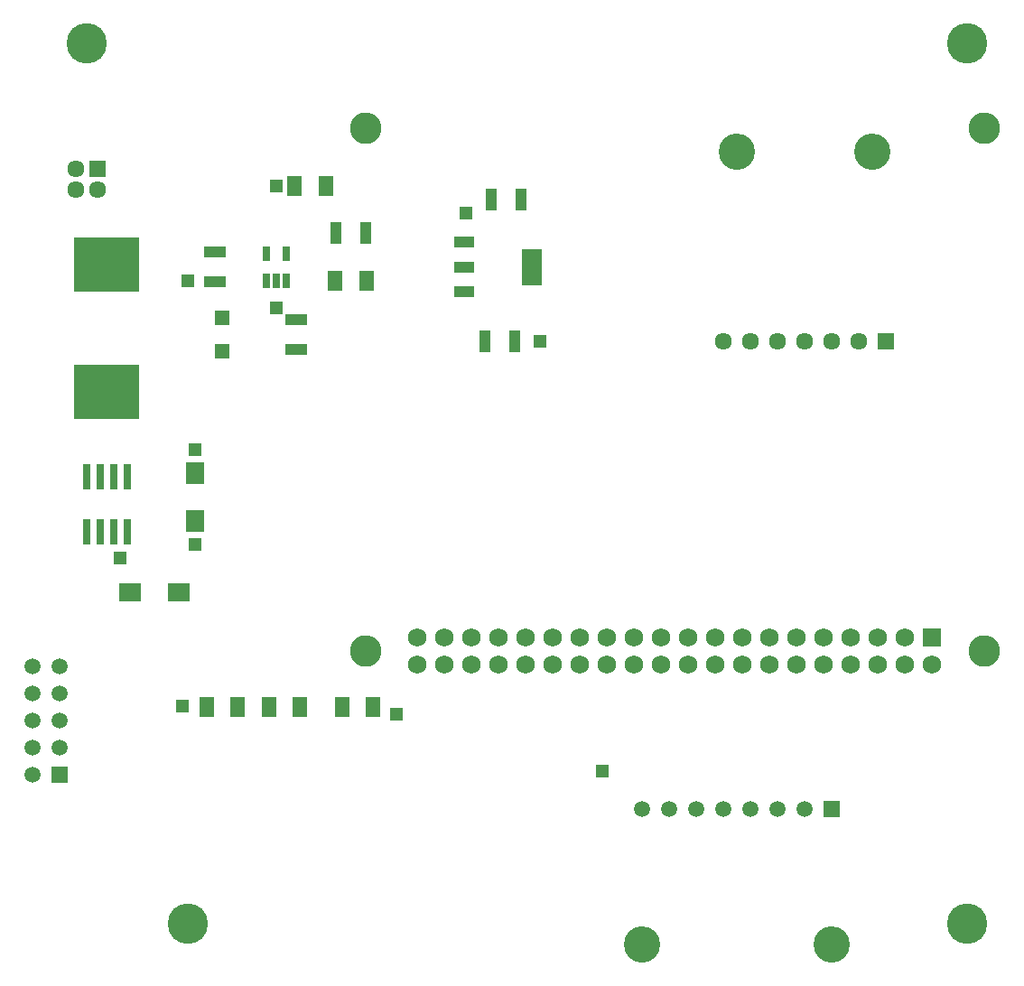
<source format=gts>
G75*
%MOIN*%
%OFA0B0*%
%FSLAX25Y25*%
%IPPOS*%
%LPD*%
%AMOC8*
5,1,8,0,0,1.08239X$1,22.5*
%
%ADD10C,0.14900*%
%ADD11R,0.07900X0.04400*%
%ADD12R,0.04400X0.07900*%
%ADD13R,0.07887X0.06706*%
%ADD14R,0.06706X0.07887*%
%ADD15R,0.05800X0.05800*%
%ADD16R,0.24422X0.20485*%
%ADD17R,0.05200X0.07700*%
%ADD18C,0.11627*%
%ADD19R,0.06800X0.06800*%
%ADD20C,0.06800*%
%ADD21R,0.06343X0.06343*%
%ADD22C,0.06343*%
%ADD23C,0.13398*%
%ADD24C,0.05950*%
%ADD25R,0.05950X0.05950*%
%ADD26R,0.03000X0.05800*%
%ADD27R,0.07200X0.04300*%
%ADD28R,0.07200X0.13300*%
%ADD29R,0.03162X0.09461*%
%ADD30R,0.05156X0.05156*%
D10*
X0076000Y0038500D03*
X0363500Y0038500D03*
X0363500Y0363500D03*
X0038500Y0363500D03*
D11*
X0086000Y0286500D03*
X0086000Y0275500D03*
X0116000Y0261500D03*
X0116000Y0250500D03*
D12*
X0130500Y0293500D03*
X0141500Y0293500D03*
X0188000Y0306000D03*
X0199000Y0306000D03*
X0196500Y0253500D03*
X0185500Y0253500D03*
D13*
X0072358Y0161000D03*
X0054642Y0161000D03*
D14*
X0078500Y0187142D03*
X0078500Y0204858D03*
D15*
X0088500Y0249799D03*
X0088500Y0262201D03*
D16*
X0046000Y0282122D03*
X0046000Y0234878D03*
D17*
X0115200Y0311000D03*
X0126800Y0311000D03*
X0130200Y0276000D03*
X0141800Y0276000D03*
X0144300Y0118500D03*
X0132700Y0118500D03*
X0117300Y0118500D03*
X0105700Y0118500D03*
X0094300Y0118500D03*
X0082700Y0118500D03*
D18*
X0141374Y0139307D03*
X0141374Y0332220D03*
X0369720Y0332220D03*
X0369720Y0139307D03*
D19*
X0350547Y0144307D03*
D20*
X0350600Y0134300D03*
X0340600Y0134300D03*
X0340600Y0144300D03*
X0330600Y0144300D03*
X0330600Y0134300D03*
X0320600Y0134300D03*
X0320600Y0144300D03*
X0310600Y0144300D03*
X0310600Y0134300D03*
X0300600Y0134300D03*
X0300600Y0144300D03*
X0290600Y0144300D03*
X0290600Y0134300D03*
X0280600Y0134300D03*
X0280600Y0144300D03*
X0270600Y0144300D03*
X0270600Y0134300D03*
X0260600Y0134300D03*
X0260600Y0144300D03*
X0250600Y0144300D03*
X0250600Y0134300D03*
X0240600Y0134300D03*
X0240600Y0144300D03*
X0230600Y0144300D03*
X0230600Y0134300D03*
X0220600Y0134300D03*
X0220600Y0144300D03*
X0210600Y0144300D03*
X0210600Y0134300D03*
X0200600Y0134300D03*
X0200600Y0144300D03*
X0190600Y0144300D03*
X0190600Y0134300D03*
X0180600Y0134300D03*
X0180600Y0144300D03*
X0170600Y0144300D03*
X0170600Y0134300D03*
X0160600Y0134300D03*
X0160600Y0144300D03*
D21*
X0333500Y0253500D03*
X0042437Y0317437D03*
D22*
X0042437Y0309563D03*
X0034563Y0309563D03*
X0034563Y0317437D03*
X0273500Y0253500D03*
X0283500Y0253500D03*
X0293500Y0253500D03*
X0303500Y0253500D03*
X0313500Y0253500D03*
X0323500Y0253500D03*
D23*
X0328500Y0323500D03*
X0278500Y0323500D03*
X0243500Y0031000D03*
X0313500Y0031000D03*
D24*
X0303500Y0081000D03*
X0293500Y0081000D03*
X0283500Y0081000D03*
X0273500Y0081000D03*
X0263500Y0081000D03*
X0253500Y0081000D03*
X0243500Y0081000D03*
X0028500Y0103500D03*
X0028500Y0113500D03*
X0028500Y0123500D03*
X0028500Y0133500D03*
X0018500Y0133500D03*
X0018500Y0123500D03*
X0018500Y0113500D03*
X0018500Y0103500D03*
X0018500Y0093500D03*
D25*
X0028500Y0093500D03*
X0313500Y0081000D03*
D26*
X0112200Y0275900D03*
X0108500Y0275900D03*
X0104800Y0275900D03*
X0104800Y0286100D03*
X0112200Y0286100D03*
D27*
X0177711Y0290159D03*
X0177711Y0281059D03*
X0177711Y0271959D03*
D28*
X0202911Y0281059D03*
D29*
X0053500Y0203736D03*
X0048500Y0203736D03*
X0043500Y0203736D03*
X0038500Y0203736D03*
X0038500Y0183264D03*
X0043500Y0183264D03*
X0048500Y0183264D03*
X0053500Y0183264D03*
D30*
X0051000Y0173500D03*
X0078500Y0178500D03*
X0078500Y0213500D03*
X0108500Y0266000D03*
X0076000Y0276000D03*
X0108500Y0311000D03*
X0178500Y0301000D03*
X0206000Y0253500D03*
X0074000Y0119000D03*
X0153000Y0116000D03*
X0229000Y0095000D03*
M02*

</source>
